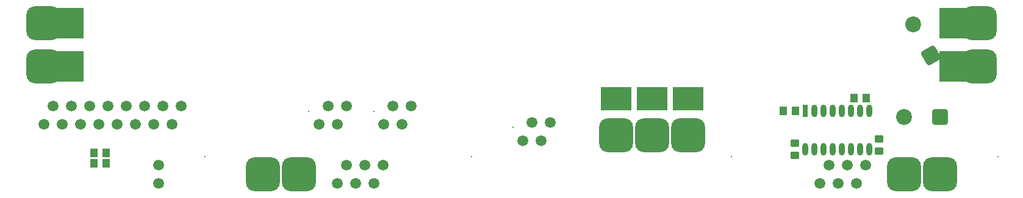
<source format=gbs>
G04*
G04 #@! TF.GenerationSoftware,Altium Limited,Altium Designer,18.1.7 (191)*
G04*
G04 Layer_Color=16711935*
%FSLAX43Y43*%
%MOMM*%
G71*
G01*
G75*
G04:AMPARAMS|DCode=19|XSize=1.2mm|YSize=1.1mm|CornerRadius=0.213mm|HoleSize=0mm|Usage=FLASHONLY|Rotation=270.000|XOffset=0mm|YOffset=0mm|HoleType=Round|Shape=RoundedRectangle|*
%AMROUNDEDRECTD19*
21,1,1.200,0.675,0,0,270.0*
21,1,0.775,1.100,0,0,270.0*
1,1,0.425,-0.338,-0.388*
1,1,0.425,-0.338,0.388*
1,1,0.425,0.338,0.388*
1,1,0.425,0.338,-0.388*
%
%ADD19ROUNDEDRECTD19*%
%ADD23C,1.500*%
G04:AMPARAMS|DCode=24|XSize=4.7mm|YSize=4.7mm|CornerRadius=1.225mm|HoleSize=0mm|Usage=FLASHONLY|Rotation=0.000|XOffset=0mm|YOffset=0mm|HoleType=Round|Shape=RoundedRectangle|*
%AMROUNDEDRECTD24*
21,1,4.700,2.250,0,0,0.0*
21,1,2.250,4.700,0,0,0.0*
1,1,2.450,1.125,-1.125*
1,1,2.450,-1.125,-1.125*
1,1,2.450,-1.125,1.125*
1,1,2.450,1.125,1.125*
%
%ADD24ROUNDEDRECTD24*%
%ADD25C,0.200*%
G04:AMPARAMS|DCode=26|XSize=2.2mm|YSize=2.2mm|CornerRadius=0.35mm|HoleSize=0mm|Usage=FLASHONLY|Rotation=180.000|XOffset=0mm|YOffset=0mm|HoleType=Round|Shape=RoundedRectangle|*
%AMROUNDEDRECTD26*
21,1,2.200,1.500,0,0,180.0*
21,1,1.500,2.200,0,0,180.0*
1,1,0.700,-0.750,0.750*
1,1,0.700,0.750,0.750*
1,1,0.700,0.750,-0.750*
1,1,0.700,-0.750,-0.750*
%
%ADD26ROUNDEDRECTD26*%
%ADD27C,2.200*%
G04:AMPARAMS|DCode=28|XSize=2.2mm|YSize=2.2mm|CornerRadius=0.35mm|HoleSize=0mm|Usage=FLASHONLY|Rotation=120.000|XOffset=0mm|YOffset=0mm|HoleType=Round|Shape=RoundedRectangle|*
%AMROUNDEDRECTD28*
21,1,2.200,1.500,0,0,120.0*
21,1,1.500,2.200,0,0,120.0*
1,1,0.700,0.275,1.025*
1,1,0.700,1.025,-0.275*
1,1,0.700,-0.275,-1.025*
1,1,0.700,-1.025,0.275*
%
%ADD28ROUNDEDRECTD28*%
%ADD57R,0.900X4.200*%
%ADD58R,1.100X4.200*%
%ADD59R,1.000X4.200*%
%ADD60R,3.200X4.200*%
%ADD61R,0.800X1.750*%
%ADD62O,0.800X1.750*%
%ADD63R,4.200X3.200*%
G04:AMPARAMS|DCode=64|XSize=1.2mm|YSize=1.1mm|CornerRadius=0.213mm|HoleSize=0mm|Usage=FLASHONLY|Rotation=180.000|XOffset=0mm|YOffset=0mm|HoleType=Round|Shape=RoundedRectangle|*
%AMROUNDEDRECTD64*
21,1,1.200,0.675,0,0,180.0*
21,1,0.775,1.100,0,0,180.0*
1,1,0.425,-0.388,0.338*
1,1,0.425,0.388,0.338*
1,1,0.425,0.388,-0.338*
1,1,0.425,-0.388,-0.338*
%
%ADD64ROUNDEDRECTD64*%
D19*
X11250Y4100D02*
D03*
X9550D02*
D03*
X9550Y5500D02*
D03*
X11250D02*
D03*
X115050Y13100D02*
D03*
X116750D02*
D03*
X105250Y11380D02*
D03*
X106950D02*
D03*
D23*
X21655Y11995D02*
D03*
X20385Y9455D02*
D03*
X19115Y11995D02*
D03*
X17845Y9455D02*
D03*
X16575Y11995D02*
D03*
X15305Y9455D02*
D03*
X14035Y11995D02*
D03*
X12765Y9455D02*
D03*
X2605D02*
D03*
X3875Y11995D02*
D03*
X5145Y9455D02*
D03*
X6415Y11995D02*
D03*
X7685Y9455D02*
D03*
X8955Y11995D02*
D03*
X10225Y9455D02*
D03*
X11495Y11995D02*
D03*
X110320Y1230D02*
D03*
X111590Y3770D02*
D03*
X112860Y1230D02*
D03*
X114130Y3770D02*
D03*
X115400Y1230D02*
D03*
X116670Y3770D02*
D03*
X43320Y1230D02*
D03*
X44590Y3770D02*
D03*
X45860Y1230D02*
D03*
X47130Y3770D02*
D03*
X48400Y1230D02*
D03*
X49670Y3770D02*
D03*
X18500Y3840D02*
D03*
Y1300D02*
D03*
X72900Y9770D02*
D03*
X71630Y7230D02*
D03*
X70360Y9770D02*
D03*
X69090Y7230D02*
D03*
X44590Y12000D02*
D03*
X43320Y9460D02*
D03*
X42050Y12000D02*
D03*
X40780Y9460D02*
D03*
X53610Y12000D02*
D03*
X52340Y9460D02*
D03*
X51070Y12000D02*
D03*
X49800Y9460D02*
D03*
D24*
X2500Y17500D02*
D03*
Y23500D02*
D03*
X132500Y17500D02*
D03*
Y23500D02*
D03*
X82000Y8000D02*
D03*
X87000D02*
D03*
X92000D02*
D03*
X127000Y2500D02*
D03*
X122000D02*
D03*
X38000D02*
D03*
X33000D02*
D03*
D25*
X135000Y5000D02*
D03*
X25000Y5000D02*
D03*
X98000Y5000D02*
D03*
X62000D02*
D03*
X67690Y9030D02*
D03*
X39380Y11260D02*
D03*
X48400D02*
D03*
D26*
X127000Y10500D02*
D03*
D27*
X122000D02*
D03*
X123250Y23365D02*
D03*
D28*
X125750Y19035D02*
D03*
D57*
X130450Y23500D02*
D03*
X4550D02*
D03*
D58*
X130350Y17500D02*
D03*
D59*
X4500D02*
D03*
D60*
X6500Y17500D02*
D03*
Y23500D02*
D03*
X128500Y17500D02*
D03*
Y23500D02*
D03*
D61*
X108240Y11375D02*
D03*
D62*
X109510D02*
D03*
X110780D02*
D03*
X112050D02*
D03*
X113320D02*
D03*
X114590D02*
D03*
X115860D02*
D03*
X117130D02*
D03*
X108240Y5975D02*
D03*
X109510D02*
D03*
X110780D02*
D03*
X112050D02*
D03*
X113320D02*
D03*
X114590D02*
D03*
X115860D02*
D03*
X117130D02*
D03*
D63*
X92000Y13000D02*
D03*
X87000D02*
D03*
X82000D02*
D03*
D64*
X118500Y5725D02*
D03*
Y7425D02*
D03*
X106850Y6825D02*
D03*
Y5125D02*
D03*
M02*

</source>
